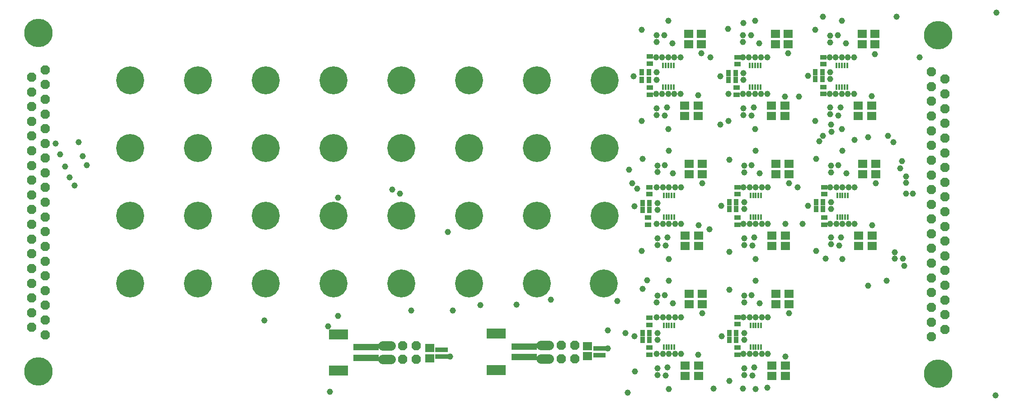
<source format=gbs>
G75*
%MOIN*%
%OFA0B0*%
%FSLAX25Y25*%
%IPPOS*%
%LPD*%
%AMOC8*
5,1,8,0,0,1.08239X$1,22.5*
%
%ADD10C,0.06984*%
%ADD11C,0.20669*%
%ADD12R,0.01575X0.04331*%
%ADD13OC8,0.06984*%
%ADD14C,0.20984*%
%ADD15R,0.04528X0.03740*%
%ADD16R,0.06890X0.06102*%
%ADD17R,0.03740X0.04528*%
%ADD18R,0.19094X0.04921*%
%ADD19R,0.14370X0.07283*%
%ADD20C,0.04559*%
D10*
X0385095Y0031550D02*
X0391095Y0031550D01*
X0391095Y0041550D02*
X0385095Y0041550D01*
X0501595Y0042050D02*
X0507595Y0042050D01*
X0507595Y0032050D02*
X0501595Y0032050D01*
D11*
X0498595Y0087550D03*
X0448595Y0087550D03*
X0398595Y0087550D03*
X0348595Y0087550D03*
X0298595Y0087550D03*
X0248595Y0087550D03*
X0198595Y0087550D03*
X0198595Y0137550D03*
X0248595Y0137550D03*
X0298595Y0137550D03*
X0348595Y0137550D03*
X0398595Y0137550D03*
X0448595Y0137550D03*
X0498595Y0137550D03*
X0548595Y0137550D03*
X0548095Y0087550D03*
X0548595Y0187550D03*
X0498595Y0187550D03*
X0448595Y0187550D03*
X0398595Y0187550D03*
X0348595Y0187550D03*
X0298595Y0187550D03*
X0248595Y0187550D03*
X0198595Y0187550D03*
X0198595Y0237550D03*
X0248595Y0237550D03*
X0298595Y0237550D03*
X0348595Y0237550D03*
X0398595Y0237550D03*
X0448595Y0237550D03*
X0498595Y0237550D03*
X0548595Y0237550D03*
D12*
X0591658Y0232479D03*
X0593627Y0232479D03*
X0595595Y0232479D03*
X0597564Y0232479D03*
X0599532Y0232479D03*
X0599532Y0248621D03*
X0597564Y0248621D03*
X0595595Y0248621D03*
X0593627Y0248621D03*
X0591658Y0248621D03*
X0655658Y0248621D03*
X0657627Y0248621D03*
X0659595Y0248621D03*
X0661564Y0248621D03*
X0663532Y0248621D03*
X0663532Y0232479D03*
X0661564Y0232479D03*
X0659595Y0232479D03*
X0657627Y0232479D03*
X0655658Y0232479D03*
X0719658Y0232479D03*
X0721627Y0232479D03*
X0723595Y0232479D03*
X0725564Y0232479D03*
X0727532Y0232479D03*
X0727532Y0248621D03*
X0725564Y0248621D03*
X0723595Y0248621D03*
X0721627Y0248621D03*
X0719658Y0248621D03*
X0720158Y0152621D03*
X0722127Y0152621D03*
X0724095Y0152621D03*
X0726064Y0152621D03*
X0728032Y0152621D03*
X0728032Y0136479D03*
X0726064Y0136479D03*
X0724095Y0136479D03*
X0722127Y0136479D03*
X0720158Y0136479D03*
X0664032Y0136479D03*
X0662064Y0136479D03*
X0660095Y0136479D03*
X0658127Y0136479D03*
X0656158Y0136479D03*
X0656158Y0152621D03*
X0658127Y0152621D03*
X0660095Y0152621D03*
X0662064Y0152621D03*
X0664032Y0152621D03*
X0600032Y0152621D03*
X0598064Y0152621D03*
X0596095Y0152621D03*
X0594127Y0152621D03*
X0592158Y0152621D03*
X0592158Y0136479D03*
X0594127Y0136479D03*
X0596095Y0136479D03*
X0598064Y0136479D03*
X0600032Y0136479D03*
X0600032Y0056621D03*
X0598064Y0056621D03*
X0596095Y0056621D03*
X0594127Y0056621D03*
X0592158Y0056621D03*
X0592158Y0040479D03*
X0594127Y0040479D03*
X0596095Y0040479D03*
X0598064Y0040479D03*
X0600032Y0040479D03*
X0656158Y0040479D03*
X0658127Y0040479D03*
X0660095Y0040479D03*
X0662064Y0040479D03*
X0664032Y0040479D03*
X0664032Y0056621D03*
X0662064Y0056621D03*
X0660095Y0056621D03*
X0658127Y0056621D03*
X0656158Y0056621D03*
D13*
X0526595Y0042050D03*
X0516595Y0042050D03*
X0516595Y0032050D03*
X0526595Y0032050D03*
X0409595Y0031550D03*
X0399595Y0031550D03*
X0399595Y0041550D03*
X0409595Y0041550D03*
X0136095Y0049750D03*
X0126095Y0055150D03*
X0136095Y0060650D03*
X0126095Y0066050D03*
X0136095Y0071450D03*
X0126095Y0076950D03*
X0136095Y0082350D03*
X0126095Y0087750D03*
X0136095Y0093250D03*
X0126095Y0098650D03*
X0136095Y0104050D03*
X0126095Y0109550D03*
X0136095Y0114950D03*
X0126095Y0120350D03*
X0136095Y0125850D03*
X0126095Y0131250D03*
X0136095Y0136650D03*
X0126095Y0142150D03*
X0136095Y0147550D03*
X0126095Y0152950D03*
X0136095Y0158450D03*
X0126095Y0163850D03*
X0136095Y0169250D03*
X0126095Y0174750D03*
X0136095Y0180150D03*
X0126095Y0185650D03*
X0136095Y0191050D03*
X0126095Y0196450D03*
X0136095Y0201950D03*
X0126095Y0207350D03*
X0136095Y0212750D03*
X0126095Y0218250D03*
X0136095Y0223650D03*
X0126095Y0229050D03*
X0136095Y0234550D03*
X0126095Y0239950D03*
X0136095Y0245350D03*
X0789595Y0243850D03*
X0799595Y0238450D03*
X0789595Y0232950D03*
X0799595Y0227550D03*
X0789595Y0222150D03*
X0799595Y0216650D03*
X0789595Y0211250D03*
X0799595Y0205850D03*
X0789595Y0200350D03*
X0799595Y0194950D03*
X0789595Y0189550D03*
X0799595Y0184050D03*
X0789595Y0178650D03*
X0799595Y0173250D03*
X0789595Y0167750D03*
X0799595Y0162350D03*
X0789595Y0156950D03*
X0799595Y0151450D03*
X0789595Y0146050D03*
X0799595Y0140650D03*
X0789595Y0135150D03*
X0799595Y0129750D03*
X0789595Y0124350D03*
X0799595Y0118850D03*
X0789595Y0113450D03*
X0799595Y0108050D03*
X0789595Y0102550D03*
X0799595Y0097150D03*
X0789595Y0091650D03*
X0799595Y0086250D03*
X0789595Y0080850D03*
X0799595Y0075350D03*
X0789595Y0069950D03*
X0799595Y0064550D03*
X0789595Y0059050D03*
X0799595Y0053650D03*
X0789595Y0048250D03*
D14*
X0131095Y0022550D03*
X0131095Y0272550D03*
X0794595Y0271050D03*
X0794595Y0021050D03*
D15*
X0646595Y0034991D03*
X0646595Y0040109D03*
X0646595Y0057491D03*
X0646595Y0062609D03*
X0581595Y0062109D03*
X0581595Y0056991D03*
X0581595Y0040109D03*
X0581595Y0034991D03*
X0547095Y0034491D03*
X0542595Y0034491D03*
X0542595Y0039609D03*
X0547095Y0039609D03*
X0430595Y0038609D03*
X0426095Y0038609D03*
X0426095Y0033491D03*
X0430595Y0033491D03*
X0580595Y0130991D03*
X0580595Y0136109D03*
X0581595Y0153491D03*
X0581595Y0158609D03*
X0646595Y0158609D03*
X0646595Y0153491D03*
X0646595Y0136109D03*
X0646595Y0130991D03*
X0710595Y0130991D03*
X0710595Y0136109D03*
X0710595Y0153491D03*
X0710595Y0158609D03*
X0710095Y0227491D03*
X0710095Y0232609D03*
X0710095Y0249491D03*
X0710095Y0254609D03*
X0646595Y0254609D03*
X0646595Y0249491D03*
X0646095Y0232109D03*
X0646095Y0226991D03*
X0582095Y0226991D03*
X0582095Y0232109D03*
X0582095Y0249991D03*
X0582095Y0255109D03*
D16*
X0610595Y0264310D03*
X0620095Y0264310D03*
X0620095Y0271790D03*
X0610595Y0271790D03*
X0674595Y0271790D03*
X0684095Y0271790D03*
X0684095Y0264310D03*
X0674595Y0264310D03*
X0738595Y0264310D03*
X0748095Y0264310D03*
X0748095Y0271790D03*
X0738595Y0271790D03*
X0735595Y0218790D03*
X0745595Y0218790D03*
X0745595Y0211310D03*
X0735595Y0211310D03*
X0681595Y0211310D03*
X0671595Y0211310D03*
X0671595Y0218790D03*
X0681595Y0218790D03*
X0617595Y0218790D03*
X0607595Y0218790D03*
X0607595Y0211310D03*
X0617595Y0211310D03*
X0620595Y0175790D03*
X0611095Y0175790D03*
X0611095Y0168310D03*
X0620595Y0168310D03*
X0675095Y0168310D03*
X0684595Y0168310D03*
X0684595Y0175790D03*
X0675095Y0175790D03*
X0739095Y0175790D03*
X0748595Y0175790D03*
X0748595Y0168310D03*
X0739095Y0168310D03*
X0736095Y0122790D03*
X0746095Y0122790D03*
X0746095Y0115310D03*
X0736095Y0115310D03*
X0682095Y0115310D03*
X0672095Y0115310D03*
X0672095Y0122790D03*
X0682095Y0122790D03*
X0618095Y0122790D03*
X0608095Y0122790D03*
X0608095Y0115310D03*
X0618095Y0115310D03*
X0620595Y0079790D03*
X0611095Y0079790D03*
X0611095Y0072310D03*
X0620595Y0072310D03*
X0675095Y0072310D03*
X0684595Y0072310D03*
X0684595Y0079790D03*
X0675095Y0079790D03*
X0672095Y0026790D03*
X0682095Y0026790D03*
X0682095Y0019310D03*
X0672095Y0019310D03*
X0618095Y0019310D03*
X0608095Y0019310D03*
X0608095Y0026790D03*
X0618095Y0026790D03*
X0536095Y0033810D03*
X0536095Y0041290D03*
X0419595Y0039790D03*
X0419595Y0032310D03*
D17*
X0576536Y0046050D03*
X0576536Y0051050D03*
X0581654Y0051050D03*
X0581654Y0046050D03*
X0640536Y0046050D03*
X0640536Y0051050D03*
X0645654Y0051050D03*
X0645654Y0046050D03*
X0581654Y0142050D03*
X0576536Y0142050D03*
X0576536Y0147050D03*
X0581654Y0147050D03*
X0640536Y0147550D03*
X0640536Y0142550D03*
X0645654Y0142550D03*
X0645654Y0147550D03*
X0704536Y0147550D03*
X0704536Y0142550D03*
X0709654Y0142550D03*
X0709654Y0147550D03*
X0709154Y0238550D03*
X0704036Y0238550D03*
X0704036Y0243550D03*
X0709154Y0243550D03*
X0645154Y0243050D03*
X0640036Y0243050D03*
X0640036Y0238050D03*
X0645154Y0238050D03*
X0581154Y0238050D03*
X0576036Y0238050D03*
X0576036Y0243550D03*
X0581154Y0243550D03*
D18*
X0489162Y0040987D03*
X0489162Y0033113D03*
X0372662Y0032613D03*
X0372662Y0040487D03*
D19*
X0352190Y0049936D03*
X0352190Y0023164D03*
X0468690Y0023664D03*
X0468690Y0050436D03*
D20*
X0436595Y0067550D03*
X0457095Y0071550D03*
X0483595Y0072050D03*
X0509095Y0075550D03*
X0551095Y0053050D03*
X0564095Y0051050D03*
X0570595Y0048550D03*
X0587595Y0046050D03*
X0587595Y0051050D03*
X0587095Y0062550D03*
X0591595Y0062550D03*
X0596095Y0062550D03*
X0600595Y0062550D03*
X0605095Y0062550D03*
X0620595Y0065550D03*
X0599095Y0073050D03*
X0593095Y0079050D03*
X0587595Y0078550D03*
X0587095Y0073550D03*
X0576595Y0083550D03*
X0580095Y0090050D03*
X0596095Y0089550D03*
X0558095Y0074550D03*
X0596095Y0105550D03*
X0576095Y0111550D03*
X0587595Y0116050D03*
X0587595Y0121050D03*
X0595095Y0121550D03*
X0593595Y0115550D03*
X0591595Y0131550D03*
X0587095Y0131550D03*
X0596095Y0131550D03*
X0600595Y0131550D03*
X0605095Y0131550D03*
X0618095Y0130550D03*
X0626095Y0127550D03*
X0651095Y0131550D03*
X0655595Y0131550D03*
X0660095Y0131550D03*
X0664595Y0131550D03*
X0669095Y0131550D03*
X0682095Y0131550D03*
X0694595Y0131550D03*
X0715095Y0131550D03*
X0719595Y0131550D03*
X0724095Y0131550D03*
X0728595Y0131550D03*
X0733095Y0131550D03*
X0746095Y0130550D03*
X0723095Y0121550D03*
X0715595Y0121550D03*
X0715595Y0116550D03*
X0721595Y0115550D03*
X0704595Y0111550D03*
X0711595Y0106050D03*
X0724095Y0105550D03*
X0762595Y0106050D03*
X0762595Y0110550D03*
X0768595Y0106050D03*
X0769595Y0100550D03*
X0756595Y0089550D03*
X0743095Y0086050D03*
X0684595Y0065550D03*
X0669095Y0062550D03*
X0664595Y0062550D03*
X0660095Y0062550D03*
X0655595Y0062550D03*
X0651095Y0062550D03*
X0651595Y0073550D03*
X0651595Y0078550D03*
X0657095Y0079050D03*
X0663095Y0073050D03*
X0640595Y0083050D03*
X0660095Y0089550D03*
X0660095Y0105550D03*
X0657595Y0115550D03*
X0651595Y0116050D03*
X0651595Y0121050D03*
X0659095Y0121550D03*
X0640595Y0111050D03*
X0587595Y0142050D03*
X0587595Y0147050D03*
X0570595Y0144550D03*
X0572595Y0157550D03*
X0569095Y0161550D03*
X0587095Y0158550D03*
X0591595Y0158550D03*
X0596095Y0158550D03*
X0600595Y0158550D03*
X0605095Y0158550D03*
X0620595Y0161550D03*
X0599095Y0169050D03*
X0593095Y0175050D03*
X0587595Y0174550D03*
X0576595Y0179550D03*
X0566595Y0171550D03*
X0587595Y0170050D03*
X0596095Y0185550D03*
X0595595Y0201550D03*
X0593095Y0211550D03*
X0587095Y0212050D03*
X0587095Y0217050D03*
X0594595Y0217550D03*
X0595595Y0227550D03*
X0591095Y0227550D03*
X0586595Y0227550D03*
X0600095Y0227550D03*
X0604595Y0227550D03*
X0617595Y0226550D03*
X0640095Y0227550D03*
X0650595Y0227550D03*
X0655095Y0227550D03*
X0659595Y0227550D03*
X0664095Y0227550D03*
X0668595Y0227550D03*
X0681595Y0225550D03*
X0692095Y0225550D03*
X0714595Y0227550D03*
X0719095Y0227550D03*
X0723595Y0227550D03*
X0728095Y0227550D03*
X0732595Y0227550D03*
X0745595Y0226050D03*
X0722595Y0217550D03*
X0715095Y0217550D03*
X0715095Y0212550D03*
X0721095Y0211550D03*
X0715595Y0205050D03*
X0723595Y0201550D03*
X0716095Y0199550D03*
X0709595Y0196550D03*
X0707095Y0192550D03*
X0724095Y0185550D03*
X0733095Y0193550D03*
X0743095Y0195550D03*
X0757595Y0196550D03*
X0761595Y0192050D03*
X0768095Y0178050D03*
X0766595Y0172550D03*
X0771095Y0166550D03*
X0771095Y0162050D03*
X0771095Y0154050D03*
X0776095Y0154050D03*
X0748595Y0161550D03*
X0733095Y0158550D03*
X0728595Y0158550D03*
X0724095Y0158550D03*
X0719595Y0158550D03*
X0715095Y0158550D03*
X0715595Y0147550D03*
X0715595Y0142550D03*
X0698595Y0145050D03*
X0691095Y0158550D03*
X0684595Y0161550D03*
X0669095Y0158550D03*
X0664595Y0158550D03*
X0660095Y0158550D03*
X0655595Y0158550D03*
X0651095Y0158550D03*
X0651595Y0147550D03*
X0651595Y0142550D03*
X0634595Y0145050D03*
X0651595Y0169550D03*
X0663095Y0169050D03*
X0657095Y0175050D03*
X0651595Y0174550D03*
X0640595Y0179050D03*
X0660095Y0185550D03*
X0659595Y0201550D03*
X0657095Y0211550D03*
X0651095Y0212050D03*
X0651095Y0217050D03*
X0658595Y0217550D03*
X0640095Y0207550D03*
X0634095Y0205050D03*
X0576095Y0207550D03*
X0587095Y0238050D03*
X0587095Y0243550D03*
X0570095Y0240550D03*
X0586595Y0254550D03*
X0591095Y0254550D03*
X0595595Y0254550D03*
X0600095Y0254550D03*
X0604595Y0254550D03*
X0620095Y0257550D03*
X0626595Y0254550D03*
X0650595Y0254550D03*
X0655095Y0254550D03*
X0659595Y0254550D03*
X0664095Y0254550D03*
X0668595Y0254550D03*
X0684095Y0257550D03*
X0662595Y0265050D03*
X0650595Y0266050D03*
X0650595Y0271050D03*
X0656595Y0271050D03*
X0651095Y0280050D03*
X0659595Y0281550D03*
X0639595Y0275550D03*
X0598595Y0265050D03*
X0592595Y0271050D03*
X0587095Y0271050D03*
X0576095Y0275050D03*
X0595595Y0281550D03*
X0587095Y0266050D03*
X0634095Y0240550D03*
X0651095Y0238050D03*
X0651095Y0243050D03*
X0698595Y0241050D03*
X0715095Y0238550D03*
X0715095Y0243550D03*
X0714595Y0254550D03*
X0719095Y0254550D03*
X0723595Y0254550D03*
X0728095Y0254550D03*
X0732595Y0254550D03*
X0748095Y0257050D03*
X0726595Y0265050D03*
X0715095Y0265550D03*
X0715095Y0270550D03*
X0720595Y0271050D03*
X0704095Y0275050D03*
X0709595Y0284550D03*
X0723595Y0281550D03*
X0764095Y0284550D03*
X0781095Y0254550D03*
X0837595Y0287550D03*
X0704095Y0207550D03*
X0704595Y0179550D03*
X0715595Y0174550D03*
X0721095Y0175050D03*
X0715595Y0169550D03*
X0727095Y0169050D03*
X0433095Y0125550D03*
X0397595Y0154050D03*
X0392095Y0157050D03*
X0352095Y0151050D03*
X0166595Y0175050D03*
X0150595Y0174050D03*
X0147095Y0183050D03*
X0163595Y0181550D03*
X0160595Y0192050D03*
X0143595Y0191050D03*
X0154095Y0166050D03*
X0157595Y0160050D03*
X0352095Y0063550D03*
X0344595Y0056050D03*
X0297495Y0060150D03*
X0406095Y0067550D03*
X0434595Y0033550D03*
X0346095Y0007550D03*
X0551095Y0039550D03*
X0587095Y0035550D03*
X0591595Y0035550D03*
X0596095Y0035550D03*
X0600595Y0035550D03*
X0605095Y0035550D03*
X0617595Y0035050D03*
X0635095Y0048550D03*
X0651595Y0046050D03*
X0651595Y0051050D03*
X0651095Y0035550D03*
X0655595Y0035550D03*
X0660095Y0035550D03*
X0664595Y0035550D03*
X0669095Y0035550D03*
X0682095Y0033550D03*
X0659095Y0025550D03*
X0651595Y0025050D03*
X0651595Y0020050D03*
X0657595Y0019550D03*
X0668595Y0010550D03*
X0660095Y0009550D03*
X0650595Y0010050D03*
X0640595Y0015550D03*
X0629095Y0010050D03*
X0596095Y0009550D03*
X0593595Y0019550D03*
X0587595Y0020050D03*
X0571095Y0022550D03*
X0587595Y0025050D03*
X0595095Y0025550D03*
X0565595Y0007050D03*
X0837095Y0005050D03*
M02*

</source>
